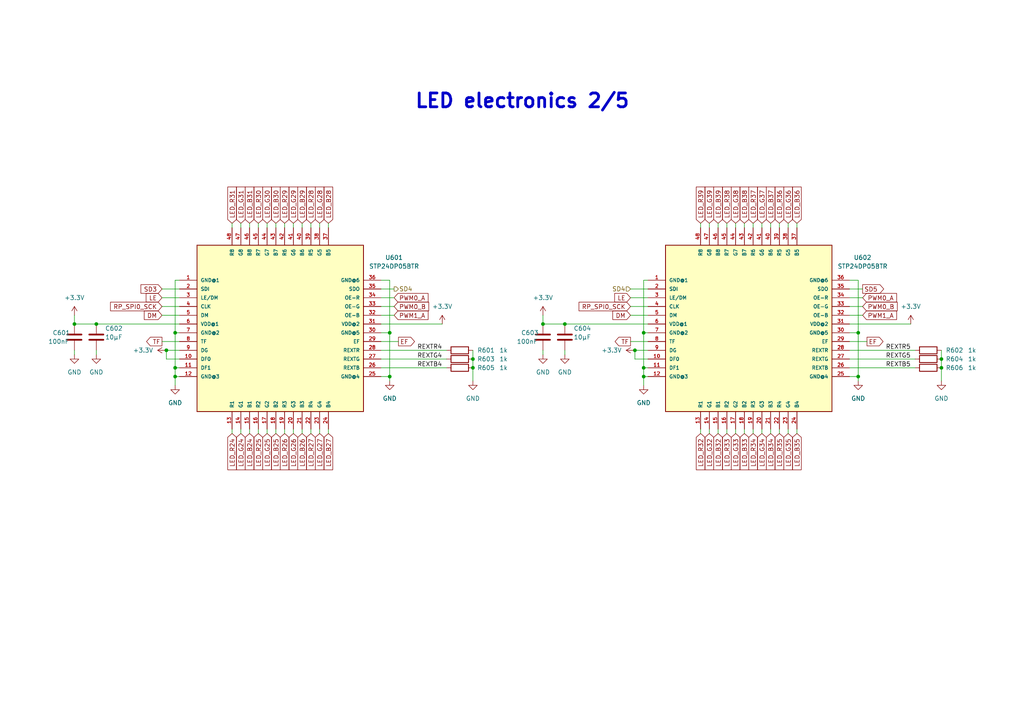
<source format=kicad_sch>
(kicad_sch (version 20231120) (generator "eeschema") (generator_version "8.0")
  (paper "A4")
  (title_block (title "RD56_color") (date "2023-08-20") (rev "Rev 2") (company "Ludwin Monz") (comment 1 "you may not use the material for commercial purposes.") (comment 2 "you may use non-commercially, adapt, share alike ") (comment 3 "https://creativecommons.org/licenses/by-nc-sa/4.0/") (comment 4 "License: Creative Commons Attribution-Non-Commercial (CC BY-NC-SA)"))
  (lib_symbols
    (symbol "Device:C" (pin_numbers hide) (pin_names (offset 0.254))
      (property "Reference" "C" (at 0.635 2.54 0))
      (property "Value" "C" (at 0.635 -2.54 0))
      (symbol "C_0_1"
        (polyline (pts (xy -2.032 -0.762) (xy 2.032 -0.762)) (stroke (width 0.508)))
        (polyline (pts (xy -2.032 0.762) (xy 2.032 0.762)) (stroke (width 0.508)))
      )
      (symbol "C_1_1"
        (pin passive line (at 0 3.81 270) (length 2.794) (name "~") (number "1"))
        (pin passive line (at 0 -3.81 90) (length 2.794) (name "~") (number "2"))
      )
    )
    (symbol "Device:R" (pin_numbers hide) (pin_names (offset 0))
      (property "Reference" "R" (at 2.032 0 90))
      (property "Value" "R" (at 0 0 90))
      (symbol "R_0_1"
        (rectangle (start -1.016 -2.54) (end 1.016 2.54) (stroke (width 0.254)))
      )
      (symbol "R_1_1"
        (pin passive line (at 0 3.81 270) (length 1.27) (name "~") (number "1"))
        (pin passive line (at 0 -3.81 90) (length 1.27) (name "~") (number "2"))
      )
    )
    (symbol "STP24DP05BTR:STP24DP05BTR" (pin_names (offset 1.016))
      (property "Reference" "IC" (at -5.08 15.24 0))
      (property "Value" "STP24DP05BTR" (at -5.08 12.7 0))
      (symbol "STP24DP05BTR_0_0"
        (rectangle (start 5.08 -38.1) (end 53.34 10.16) (stroke (width 0.254)) (fill (type background)))
        (pin bidirectional line (at 0 0 0) (length 5.08) (name "GND@1") (number "1"))
        (pin bidirectional line (at 0 -22.86 0) (length 5.08) (name "DF0") (number "10"))
        (pin bidirectional line (at 0 -25.4 0) (length 5.08) (name "DF1") (number "11"))
        (pin bidirectional line (at 0 -27.94 0) (length 5.08) (name "GND@3") (number "12"))
        (pin bidirectional line (at 15.24 -43.18 90) (length 5.08) (name "R1") (number "13"))
        (pin bidirectional line (at 17.78 -43.18 90) (length 5.08) (name "G1") (number "14"))
        (pin bidirectional line (at 20.32 -43.18 90) (length 5.08) (name "B1") (number "15"))
        (pin bidirectional line (at 22.86 -43.18 90) (length 5.08) (name "R2") (number "16"))
        (pin bidirectional line (at 25.4 -43.18 90) (length 5.08) (name "G2") (number "17"))
        (pin bidirectional line (at 27.94 -43.18 90) (length 5.08) (name "B2") (number "18"))
        (pin bidirectional line (at 30.48 -43.18 90) (length 5.08) (name "R3") (number "19"))
        (pin bidirectional line (at 0 -2.54 0) (length 5.08) (name "SDI") (number "2"))
        (pin bidirectional line (at 33.02 -43.18 90) (length 5.08) (name "G3") (number "20"))
        (pin bidirectional line (at 35.56 -43.18 90) (length 5.08) (name "B3") (number "21"))
        (pin bidirectional line (at 38.1 -43.18 90) (length 5.08) (name "R4") (number "22"))
        (pin bidirectional line (at 40.64 -43.18 90) (length 5.08) (name "G4") (number "23"))
        (pin bidirectional line (at 43.18 -43.18 90) (length 5.08) (name "B4") (number "24"))
        (pin bidirectional line (at 58.42 -27.94 180) (length 5.08) (name "GND@4") (number "25"))
        (pin bidirectional line (at 58.42 -25.4 180) (length 5.08) (name "REXTB") (number "26"))
        (pin bidirectional line (at 58.42 -22.86 180) (length 5.08) (name "REXTG") (number "27"))
        (pin bidirectional line (at 58.42 -20.32 180) (length 5.08) (name "REXTR") (number "28"))
        (pin bidirectional line (at 58.42 -17.78 180) (length 5.08) (name "EF") (number "29"))
        (pin bidirectional line (at 0 -5.08 0) (length 5.08) (name "LE/DM") (number "3"))
        (pin bidirectional line (at 58.42 -15.24 180) (length 5.08) (name "GND@5") (number "30"))
        (pin bidirectional line (at 58.42 -12.7 180) (length 5.08) (name "VDD@2") (number "31"))
        (pin bidirectional line (at 58.42 -10.16 180) (length 5.08) (name "OE-B") (number "32"))
        (pin bidirectional line (at 58.42 -7.62 180) (length 5.08) (name "OE-G") (number "33"))
        (pin bidirectional line (at 58.42 -5.08 180) (length 5.08) (name "OE-R") (number "34"))
        (pin bidirectional line (at 58.42 -2.54 180) (length 5.08) (name "SDO") (number "35"))
        (pin bidirectional line (at 58.42 0 180) (length 5.08) (name "GND@6") (number "36"))
        (pin bidirectional line (at 43.18 15.24 270) (length 5.08) (name "B5") (number "37"))
        (pin bidirectional line (at 40.64 15.24 270) (length 5.08) (name "G5") (number "38"))
        (pin bidirectional line (at 38.1 15.24 270) (length 5.08) (name "R5") (number "39"))
        (pin bidirectional line (at 0 -7.62 0) (length 5.08) (name "CLK") (number "4"))
        (pin bidirectional line (at 35.56 15.24 270) (length 5.08) (name "B6") (number "40"))
        (pin bidirectional line (at 33.02 15.24 270) (length 5.08) (name "G6") (number "41"))
        (pin bidirectional line (at 30.48 15.24 270) (length 5.08) (name "R6") (number "42"))
        (pin bidirectional line (at 27.94 15.24 270) (length 5.08) (name "B7") (number "43"))
        (pin bidirectional line (at 25.4 15.24 270) (length 5.08) (name "G7") (number "44"))
        (pin bidirectional line (at 22.86 15.24 270) (length 5.08) (name "R7") (number "45"))
        (pin bidirectional line (at 20.32 15.24 270) (length 5.08) (name "B8") (number "46"))
        (pin bidirectional line (at 17.78 15.24 270) (length 5.08) (name "G8") (number "47"))
        (pin bidirectional line (at 15.24 15.24 270) (length 5.08) (name "R8") (number "48"))
        (pin bidirectional line (at 0 -10.16 0) (length 5.08) (name "DM") (number "5"))
        (pin bidirectional line (at 0 -12.7 0) (length 5.08) (name "VDD@1") (number "6"))
        (pin bidirectional line (at 0 -15.24 0) (length 5.08) (name "GND@2") (number "7"))
        (pin bidirectional line (at 0 -17.78 0) (length 5.08) (name "TF") (number "8"))
        (pin bidirectional line (at 0 -20.32 0) (length 5.08) (name "DG") (number "9"))
      )
    )
    (symbol "power:+3.3V" (power) (pin_names (offset 0))
      (property "Value" "+3.3V" (at 0 3.556 0))
      (symbol "+3.3V_0_1"
        (polyline (pts (xy -0.762 1.27) (xy 0 2.54)))
        (polyline (pts (xy 0 0) (xy 0 2.54)))
        (polyline (pts (xy 0 2.54) (xy 0.762 1.27)))
      )
      (symbol "+3.3V_1_1"
        (pin power_in line (at 0 0 90) (length 0) hide (name "+3.3V") (number "1"))
      )
    )
    (symbol "power:GND" (power) (pin_names (offset 0))
      (property "Value" "GND" (at 0 -3.81 0))
      (symbol "GND_0_1"
        (polyline (pts (xy 0 0) (xy 0 -1.27) (xy 1.27 -1.27) (xy 0 -2.54) (xy -1.27 -1.27) (xy 0 -1.27)))
      )
      (symbol "GND_1_1"
        (pin power_in line (at 0 0 270) (length 0) hide (name "GND") (number "1"))
      )
    )
  )
  (junction (at 137.16 104.14))
  (junction (at 248.92 109.22))
  (junction (at 50.8 96.52))
  (junction (at 113.03 109.22))
  (junction (at 113.03 96.52))
  (junction (at 273.05 106.68))
  (junction (at 21.59 93.98))
  (junction (at 157.48 93.98))
  (junction (at 50.8 109.22))
  (junction (at 48.26 101.6))
  (junction (at 50.8 106.68))
  (junction (at 163.83 93.98))
  (junction (at 248.92 96.52))
  (junction (at 186.69 109.22))
  (junction (at 186.69 106.68))
  (junction (at 27.94 93.98))
  (junction (at 273.05 104.14))
  (junction (at 184.15 101.6))
  (junction (at 137.16 106.68))
  (junction (at 186.69 96.52))
  (wire (pts (xy 218.44 64.77) (xy 218.44 66.04)))
  (wire (pts (xy 87.63 64.77) (xy 87.63 66.04)))
  (wire (pts (xy 208.28 64.77) (xy 208.28 66.04)))
  (wire (pts (xy 187.96 81.28) (xy 186.69 81.28)))
  (wire (pts (xy 90.17 124.46) (xy 90.17 125.73)))
  (wire (pts (xy 77.47 64.77) (xy 77.47 66.04)))
  (wire (pts (xy 208.28 124.46) (xy 208.28 125.73)))
  (wire (pts (xy 72.39 64.77) (xy 72.39 66.04)))
  (wire (pts (xy 52.07 104.14) (xy 48.26 104.14)))
  (wire (pts (xy 246.38 86.36) (xy 250.19 86.36)))
  (wire (pts (xy 95.25 64.77) (xy 95.25 66.04)))
  (wire (pts (xy 226.06 124.46) (xy 226.06 125.73)))
  (wire (pts (xy 182.88 91.44) (xy 187.96 91.44)))
  (wire (pts (xy 46.99 86.36) (xy 52.07 86.36)))
  (wire (pts (xy 157.48 101.6) (xy 157.48 102.87)))
  (wire (pts (xy 246.38 83.82) (xy 250.19 83.82)))
  (wire (pts (xy 74.93 64.77) (xy 74.93 66.04)))
  (wire (pts (xy 215.9 64.77) (xy 215.9 66.04)))
  (wire (pts (xy 228.6 64.77) (xy 228.6 66.04)))
  (wire (pts (xy 77.47 124.46) (xy 77.47 125.73)))
  (wire (pts (xy 27.94 93.98) (xy 52.07 93.98)))
  (wire (pts (xy 95.25 124.46) (xy 95.25 125.73)))
  (wire (pts (xy 80.01 124.46) (xy 80.01 125.73)))
  (wire (pts (xy 273.05 104.14) (xy 273.05 106.68)))
  (wire (pts (xy 246.38 104.14) (xy 265.43 104.14)))
  (wire (pts (xy 248.92 109.22) (xy 248.92 110.49)))
  (wire (pts (xy 248.92 81.28) (xy 248.92 96.52)))
  (wire (pts (xy 90.17 64.77) (xy 90.17 66.04)))
  (wire (pts (xy 228.6 124.46) (xy 228.6 125.73)))
  (wire (pts (xy 223.52 124.46) (xy 223.52 125.73)))
  (wire (pts (xy 87.63 124.46) (xy 87.63 125.73)))
  (wire (pts (xy 46.99 91.44) (xy 52.07 91.44)))
  (wire (pts (xy 210.82 64.77) (xy 210.82 66.04)))
  (wire (pts (xy 113.03 96.52) (xy 113.03 109.22)))
  (wire (pts (xy 163.83 101.6) (xy 163.83 102.87)))
  (wire (pts (xy 50.8 81.28) (xy 50.8 96.52)))
  (wire (pts (xy 226.06 64.77) (xy 226.06 66.04)))
  (wire (pts (xy 72.39 124.46) (xy 72.39 125.73)))
  (wire (pts (xy 113.03 109.22) (xy 110.49 109.22)))
  (wire (pts (xy 137.16 106.68) (xy 137.16 110.49)))
  (wire (pts (xy 110.49 88.9) (xy 114.3 88.9)))
  (wire (pts (xy 50.8 106.68) (xy 50.8 109.22)))
  (wire (pts (xy 246.38 101.6) (xy 265.43 101.6)))
  (wire (pts (xy 21.59 93.98) (xy 27.94 93.98)))
  (wire (pts (xy 110.49 99.06) (xy 115.57 99.06)))
  (wire (pts (xy 48.26 104.14) (xy 48.26 101.6)))
  (wire (pts (xy 218.44 124.46) (xy 218.44 125.73)))
  (wire (pts (xy 82.55 64.77) (xy 82.55 66.04)))
  (wire (pts (xy 231.14 124.46) (xy 231.14 125.73)))
  (wire (pts (xy 248.92 96.52) (xy 248.92 109.22)))
  (wire (pts (xy 182.88 88.9) (xy 187.96 88.9)))
  (wire (pts (xy 110.49 86.36) (xy 114.3 86.36)))
  (wire (pts (xy 184.15 104.14) (xy 184.15 101.6)))
  (wire (pts (xy 137.16 104.14) (xy 137.16 106.68)))
  (wire (pts (xy 52.07 81.28) (xy 50.8 81.28)))
  (wire (pts (xy 110.49 91.44) (xy 114.3 91.44)))
  (wire (pts (xy 113.03 81.28) (xy 113.03 96.52)))
  (wire (pts (xy 182.88 86.36) (xy 187.96 86.36)))
  (wire (pts (xy 46.99 99.06) (xy 52.07 99.06)))
  (wire (pts (xy 220.98 64.77) (xy 220.98 66.04)))
  (wire (pts (xy 50.8 96.52) (xy 52.07 96.52)))
  (wire (pts (xy 113.03 109.22) (xy 113.03 110.49)))
  (wire (pts (xy 50.8 109.22) (xy 50.8 111.76)))
  (wire (pts (xy 210.82 124.46) (xy 210.82 125.73)))
  (wire (pts (xy 82.55 124.46) (xy 82.55 125.73)))
  (wire (pts (xy 203.2 64.77) (xy 203.2 66.04)))
  (wire (pts (xy 163.83 93.98) (xy 187.96 93.98)))
  (wire (pts (xy 246.38 106.68) (xy 265.43 106.68)))
  (wire (pts (xy 186.69 96.52) (xy 187.96 96.52)))
  (wire (pts (xy 67.31 124.46) (xy 67.31 125.73)))
  (wire (pts (xy 48.26 101.6) (xy 52.07 101.6)))
  (wire (pts (xy 186.69 81.28) (xy 186.69 96.52)))
  (wire (pts (xy 69.85 64.77) (xy 69.85 66.04)))
  (wire (pts (xy 182.88 99.06) (xy 187.96 99.06)))
  (wire (pts (xy 182.88 83.82) (xy 187.96 83.82)))
  (wire (pts (xy 186.69 109.22) (xy 187.96 109.22)))
  (wire (pts (xy 74.93 124.46) (xy 74.93 125.73)))
  (wire (pts (xy 21.59 91.44) (xy 21.59 93.98)))
  (wire (pts (xy 69.85 124.46) (xy 69.85 125.73)))
  (wire (pts (xy 157.48 93.98) (xy 163.83 93.98)))
  (wire (pts (xy 186.69 106.68) (xy 186.69 109.22)))
  (wire (pts (xy 110.49 93.98) (xy 128.27 93.98)))
  (wire (pts (xy 110.49 106.68) (xy 129.54 106.68)))
  (wire (pts (xy 184.15 101.6) (xy 187.96 101.6)))
  (wire (pts (xy 50.8 109.22) (xy 52.07 109.22)))
  (wire (pts (xy 213.36 124.46) (xy 213.36 125.73)))
  (wire (pts (xy 220.98 124.46) (xy 220.98 125.73)))
  (wire (pts (xy 21.59 101.6) (xy 21.59 102.87)))
  (wire (pts (xy 248.92 109.22) (xy 246.38 109.22)))
  (wire (pts (xy 246.38 91.44) (xy 250.19 91.44)))
  (wire (pts (xy 137.16 101.6) (xy 137.16 104.14)))
  (wire (pts (xy 157.48 91.44) (xy 157.48 93.98)))
  (wire (pts (xy 187.96 104.14) (xy 184.15 104.14)))
  (wire (pts (xy 223.52 64.77) (xy 223.52 66.04)))
  (wire (pts (xy 110.49 104.14) (xy 129.54 104.14)))
  (wire (pts (xy 186.69 106.68) (xy 187.96 106.68)))
  (wire (pts (xy 248.92 96.52) (xy 246.38 96.52)))
  (wire (pts (xy 46.99 88.9) (xy 52.07 88.9)))
  (wire (pts (xy 213.36 64.77) (xy 213.36 66.04)))
  (wire (pts (xy 110.49 101.6) (xy 129.54 101.6)))
  (wire (pts (xy 246.38 88.9) (xy 250.19 88.9)))
  (wire (pts (xy 80.01 64.77) (xy 80.01 66.04)))
  (wire (pts (xy 110.49 81.28) (xy 113.03 81.28)))
  (wire (pts (xy 110.49 83.82) (xy 114.3 83.82)))
  (wire (pts (xy 186.69 96.52) (xy 186.69 106.68)))
  (wire (pts (xy 92.71 124.46) (xy 92.71 125.73)))
  (wire (pts (xy 203.2 124.46) (xy 203.2 125.73)))
  (wire (pts (xy 205.74 64.77) (xy 205.74 66.04)))
  (wire (pts (xy 215.9 124.46) (xy 215.9 125.73)))
  (wire (pts (xy 231.14 64.77) (xy 231.14 66.04)))
  (wire (pts (xy 273.05 101.6) (xy 273.05 104.14)))
  (wire (pts (xy 92.71 64.77) (xy 92.71 66.04)))
  (wire (pts (xy 186.69 109.22) (xy 186.69 111.76)))
  (wire (pts (xy 67.31 64.77) (xy 67.31 66.04)))
  (wire (pts (xy 273.05 106.68) (xy 273.05 110.49)))
  (wire (pts (xy 246.38 93.98) (xy 264.16 93.98)))
  (wire (pts (xy 85.09 124.46) (xy 85.09 125.73)))
  (wire (pts (xy 113.03 96.52) (xy 110.49 96.52)))
  (wire (pts (xy 50.8 106.68) (xy 52.07 106.68)))
  (wire (pts (xy 85.09 64.77) (xy 85.09 66.04)))
  (wire (pts (xy 246.38 99.06) (xy 251.46 99.06)))
  (wire (pts (xy 50.8 96.52) (xy 50.8 106.68)))
  (wire (pts (xy 246.38 81.28) (xy 248.92 81.28)))
  (wire (pts (xy 27.94 101.6) (xy 27.94 102.87)))
  (wire (pts (xy 46.99 83.82) (xy 52.07 83.82)))
  (wire (pts (xy 205.74 124.46) (xy 205.74 125.73)))
  (text "LED electronics 2/5" (at 182.88 31.75 0) (effects (font (size 4 4) (thickness 0.8) (bold yes)) (justify right bottom)))
  (label "REXTB4" (at 128.27 106.68 180))
  (label "REXTB5" (at 264.16 106.68 180))
  (label "REXTR5" (at 264.16 101.6 180))
  (label "REXTG5" (at 264.16 104.14 180))
  (label "REXTG4" (at 128.27 104.14 180))
  (label "REXTR4" (at 128.27 101.6 180))
  (global_label "LED_R36" (shape input) (at 226.06 64.77 90) (property "Intersheetrefs" "${INTERSHEET_REFS}" (effects (hide yes))))
  (global_label "LED_R28" (shape input) (at 90.17 64.77 90) (property "Intersheetrefs" "${INTERSHEET_REFS}" (effects (hide yes))))
  (global_label "LED_G30" (shape input) (at 77.47 64.77 90) (property "Intersheetrefs" "${INTERSHEET_REFS}" (effects (hide yes))))
  (global_label "SD3" (shape input) (at 46.99 83.82 180) (property "Intersheetrefs" "${INTERSHEET_REFS}" (effects (hide yes))))
  (global_label "EF" (shape output) (at 251.46 99.06 0) (property "Intersheetrefs" "${INTERSHEET_REFS}" (effects (hide yes))))
  (global_label "LED_G29" (shape input) (at 85.09 64.77 90) (property "Intersheetrefs" "${INTERSHEET_REFS}" (effects (hide yes))))
  (global_label "LE" (shape input) (at 182.88 86.36 180) (property "Intersheetrefs" "${INTERSHEET_REFS}" (effects (hide yes))))
  (global_label "LED_B38" (shape input) (at 215.9 64.77 90) (property "Intersheetrefs" "${INTERSHEET_REFS}" (effects (hide yes))))
  (global_label "DM" (shape input) (at 46.99 91.44 180) (property "Intersheetrefs" "${INTERSHEET_REFS}" (effects (hide yes))))
  (global_label "LED_B27" (shape input) (at 95.25 125.73 270) (property "Intersheetrefs" "${INTERSHEET_REFS}" (effects (hide yes))))
  (global_label "LED_G34" (shape input) (at 220.98 125.73 270) (property "Intersheetrefs" "${INTERSHEET_REFS}" (effects (hide yes))))
  (global_label "LED_G24" (shape input) (at 69.85 125.73 270) (property "Intersheetrefs" "${INTERSHEET_REFS}" (effects (hide yes))))
  (global_label "LED_B29" (shape input) (at 87.63 64.77 90) (property "Intersheetrefs" "${INTERSHEET_REFS}" (effects (hide yes))))
  (global_label "LED_B28" (shape input) (at 95.25 64.77 90) (property "Intersheetrefs" "${INTERSHEET_REFS}" (effects (hide yes))))
  (global_label "LED_B30" (shape input) (at 80.01 64.77 90) (property "Intersheetrefs" "${INTERSHEET_REFS}" (effects (hide yes))))
  (global_label "LED_B26" (shape input) (at 87.63 125.73 270) (property "Intersheetrefs" "${INTERSHEET_REFS}" (effects (hide yes))))
  (global_label "LED_B31" (shape input) (at 72.39 64.77 90) (property "Intersheetrefs" "${INTERSHEET_REFS}" (effects (hide yes))))
  (global_label "LED_R26" (shape input) (at 82.55 125.73 270) (property "Intersheetrefs" "${INTERSHEET_REFS}" (effects (hide yes))))
  (global_label "TF" (shape output) (at 46.99 99.06 180) (property "Intersheetrefs" "${INTERSHEET_REFS}" (effects (hide yes))))
  (global_label "LED_G35" (shape input) (at 228.6 125.73 270) (property "Intersheetrefs" "${INTERSHEET_REFS}" (effects (hide yes))))
  (global_label "LE" (shape input) (at 46.99 86.36 180) (property "Intersheetrefs" "${INTERSHEET_REFS}" (effects (hide yes))))
  (global_label "LED_B36" (shape input) (at 231.14 64.77 90) (property "Intersheetrefs" "${INTERSHEET_REFS}" (effects (hide yes))))
  (global_label "LED_R34" (shape input) (at 218.44 125.73 270) (property "Intersheetrefs" "${INTERSHEET_REFS}" (effects (hide yes))))
  (global_label "LED_B25" (shape input) (at 80.01 125.73 270) (property "Intersheetrefs" "${INTERSHEET_REFS}" (effects (hide yes))))
  (global_label "LED_B32" (shape input) (at 208.28 125.73 270) (property "Intersheetrefs" "${INTERSHEET_REFS}" (effects (hide yes))))
  (global_label "LED_R25" (shape input) (at 74.93 125.73 270) (property "Intersheetrefs" "${INTERSHEET_REFS}" (effects (hide yes))))
  (global_label "PWM0_B" (shape input) (at 250.19 88.9 0) (property "Intersheetrefs" "${INTERSHEET_REFS}" (effects (hide yes))))
  (global_label "LED_G25" (shape input) (at 77.47 125.73 270) (property "Intersheetrefs" "${INTERSHEET_REFS}" (effects (hide yes))))
  (global_label "LED_R27" (shape input) (at 90.17 125.73 270) (property "Intersheetrefs" "${INTERSHEET_REFS}" (effects (hide yes))))
  (global_label "LED_G28" (shape input) (at 92.71 64.77 90) (property "Intersheetrefs" "${INTERSHEET_REFS}" (effects (hide yes))))
  (global_label "PWM1_A" (shape input) (at 250.19 91.44 0) (property "Intersheetrefs" "${INTERSHEET_REFS}" (effects (hide yes))))
  (global_label "DM" (shape input) (at 182.88 91.44 180) (property "Intersheetrefs" "${INTERSHEET_REFS}" (effects (hide yes))))
  (global_label "LED_B33" (shape input) (at 215.9 125.73 270) (property "Intersheetrefs" "${INTERSHEET_REFS}" (effects (hide yes))))
  (global_label "LED_B39" (shape input) (at 208.28 64.77 90) (property "Intersheetrefs" "${INTERSHEET_REFS}" (effects (hide yes))))
  (global_label "LED_R29" (shape input) (at 82.55 64.77 90) (property "Intersheetrefs" "${INTERSHEET_REFS}" (effects (hide yes))))
  (global_label "LED_G27" (shape input) (at 92.71 125.73 270) (property "Intersheetrefs" "${INTERSHEET_REFS}" (effects (hide yes))))
  (global_label "LED_G32" (shape input) (at 205.74 125.73 270) (property "Intersheetrefs" "${INTERSHEET_REFS}" (effects (hide yes))))
  (global_label "LED_R30" (shape input) (at 74.93 64.77 90) (property "Intersheetrefs" "${INTERSHEET_REFS}" (effects (hide yes))))
  (global_label "LED_B37" (shape input) (at 223.52 64.77 90) (property "Intersheetrefs" "${INTERSHEET_REFS}" (effects (hide yes))))
  (global_label "PWM0_A" (shape input) (at 114.3 86.36 0) (property "Intersheetrefs" "${INTERSHEET_REFS}" (effects (hide yes))))
  (global_label "LED_R37" (shape input) (at 218.44 64.77 90) (property "Intersheetrefs" "${INTERSHEET_REFS}" (effects (hide yes))))
  (global_label "LED_R31" (shape input) (at 67.31 64.77 90) (property "Intersheetrefs" "${INTERSHEET_REFS}" (effects (hide yes))))
  (global_label "LED_B24" (shape input) (at 72.39 125.73 270) (property "Intersheetrefs" "${INTERSHEET_REFS}" (effects (hide yes))))
  (global_label "LED_R38" (shape input) (at 210.82 64.77 90) (property "Intersheetrefs" "${INTERSHEET_REFS}" (effects (hide yes))))
  (global_label "LED_R39" (shape input) (at 203.2 64.77 90) (property "Intersheetrefs" "${INTERSHEET_REFS}" (effects (hide yes))))
  (global_label "SD5" (shape output) (at 250.19 83.82 0) (property "Intersheetrefs" "${INTERSHEET_REFS}" (effects (hide yes))))
  (global_label "LED_G38" (shape input) (at 213.36 64.77 90) (property "Intersheetrefs" "${INTERSHEET_REFS}" (effects (hide yes))))
  (global_label "LED_R33" (shape input) (at 210.82 125.73 270) (property "Intersheetrefs" "${INTERSHEET_REFS}" (effects (hide yes))))
  (global_label "TF" (shape output) (at 182.88 99.06 180) (property "Intersheetrefs" "${INTERSHEET_REFS}" (effects (hide yes))))
  (global_label "LED_B35" (shape input) (at 231.14 125.73 270) (property "Intersheetrefs" "${INTERSHEET_REFS}" (effects (hide yes))))
  (global_label "PWM0_A" (shape input) (at 250.19 86.36 0) (property "Intersheetrefs" "${INTERSHEET_REFS}" (effects (hide yes))))
  (global_label "EF" (shape output) (at 115.57 99.06 0) (property "Intersheetrefs" "${INTERSHEET_REFS}" (effects (hide yes))))
  (global_label "RP_SPI0_SCK" (shape input) (at 46.99 88.9 180) (property "Intersheetrefs" "${INTERSHEET_REFS}" (effects (hide yes))))
  (global_label "RP_SPI0_SCK" (shape input) (at 182.88 88.9 180) (property "Intersheetrefs" "${INTERSHEET_REFS}" (effects (hide yes))))
  (global_label "PWM0_B" (shape input) (at 114.3 88.9 0) (property "Intersheetrefs" "${INTERSHEET_REFS}" (effects (hide yes))))
  (global_label "LED_R32" (shape input) (at 203.2 125.73 270) (property "Intersheetrefs" "${INTERSHEET_REFS}" (effects (hide yes))))
  (global_label "LED_G33" (shape input) (at 213.36 125.73 270) (property "Intersheetrefs" "${INTERSHEET_REFS}" (effects (hide yes))))
  (global_label "LED_G36" (shape input) (at 228.6 64.77 90) (property "Intersheetrefs" "${INTERSHEET_REFS}" (effects (hide yes))))
  (global_label "LED_R24" (shape input) (at 67.31 125.73 270) (property "Intersheetrefs" "${INTERSHEET_REFS}" (effects (hide yes))))
  (global_label "LED_R35" (shape input) (at 226.06 125.73 270) (property "Intersheetrefs" "${INTERSHEET_REFS}" (effects (hide yes))))
  (global_label "LED_G37" (shape input) (at 220.98 64.77 90) (property "Intersheetrefs" "${INTERSHEET_REFS}" (effects (hide yes))))
  (global_label "LED_B34" (shape input) (at 223.52 125.73 270) (property "Intersheetrefs" "${INTERSHEET_REFS}" (effects (hide yes))))
  (global_label "LED_G39" (shape input) (at 205.74 64.77 90) (property "Intersheetrefs" "${INTERSHEET_REFS}" (effects (hide yes))))
  (global_label "LED_G31" (shape input) (at 69.85 64.77 90) (property "Intersheetrefs" "${INTERSHEET_REFS}" (effects (hide yes))))
  (global_label "LED_G26" (shape input) (at 85.09 125.73 270) (property "Intersheetrefs" "${INTERSHEET_REFS}" (effects (hide yes))))
  (global_label "PWM1_A" (shape input) (at 114.3 91.44 0) (property "Intersheetrefs" "${INTERSHEET_REFS}" (effects (hide yes))))
  (hierarchical_label "SD4" (shape input) (at 182.88 83.82 180))
  (hierarchical_label "SD4" (shape output) (at 114.3 83.82 0))
  (symbol (lib_id "power:GND") (at 163.83 102.87 0) (unit 1)
    (property "Reference" "#PWR0608" (effects (hide yes)))
    (property "Value" "GND" (at 163.83 107.95 0))
  )
  (symbol (lib_id "power:+3.3V") (at 128.27 93.98 0) (unit 1)
    (property "Reference" "#PWR0603" (effects (hide yes)))
    (property "Value" "+3.3V" (at 128.27 88.9 0))
  )
  (symbol (lib_id "Device:C") (at 157.48 97.79 0) (unit 1)
    (property "Reference" "C603" (at 151.13 96.52 0) (effects (justify left)))
    (property "Value" "100nF" (at 149.86 99.06 0) (effects (justify left)))
    (property "Footprint" "Capacitor_SMD:C_0402_1005Metric" (effects (hide yes)))
    (property "LCSC" "C307331" (effects (hide yes)))
  )
  (symbol (lib_id "Device:R") (at 133.35 101.6 90) (unit 1)
    (property "Reference" "R601" (at 140.97 101.6 90))
    (property "Value" "1k" (at 146.05 101.6 90))
    (property "Footprint" "Resistor_SMD:R_0402_1005Metric" (effects (hide yes)))
    (property "LCSC" "C11702" (effects (hide yes)))
  )
  (symbol (lib_id "Device:R") (at 269.24 104.14 90) (unit 1)
    (property "Reference" "R604" (at 276.86 104.14 90))
    (property "Value" "1k" (at 281.94 104.14 90))
    (property "Footprint" "Resistor_SMD:R_0402_1005Metric" (effects (hide yes)))
    (property "LCSC" "C11702" (effects (hide yes)))
  )
  (symbol (lib_id "power:GND") (at 186.69 111.76 0) (unit 1)
    (property "Reference" "#PWR0614" (effects (hide yes)))
    (property "Value" "GND" (at 186.69 116.84 0))
  )
  (symbol (lib_id "Device:R") (at 269.24 106.68 90) (unit 1)
    (property "Reference" "R606" (at 276.86 106.68 90))
    (property "Value" "1k" (at 281.94 106.68 90))
    (property "Footprint" "Resistor_SMD:R_0402_1005Metric" (effects (hide yes)))
    (property "LCSC" "C11702" (effects (hide yes)))
  )
  (symbol (lib_id "power:+3.3V") (at 184.15 101.6 90) (unit 1)
    (property "Reference" "#PWR0615" (effects (hide yes)))
    (property "Value" "+3.3V" (at 180.34 101.6 90) (effects (justify left)))
  )
  (symbol (lib_id "Device:R") (at 269.24 101.6 90) (unit 1)
    (property "Reference" "R602" (at 276.86 101.6 90))
    (property "Value" "1k" (at 281.94 101.6 90))
    (property "Footprint" "Resistor_SMD:R_0402_1005Metric" (effects (hide yes)))
    (property "LCSC" "C11702" (effects (hide yes)))
  )
  (symbol (lib_id "Device:R") (at 133.35 106.68 90) (unit 1)
    (property "Reference" "R605" (at 140.97 106.68 90))
    (property "Value" "1k" (at 146.05 106.68 90))
    (property "Footprint" "Resistor_SMD:R_0402_1005Metric" (effects (hide yes)))
    (property "LCSC" "C11702" (effects (hide yes)))
  )
  (symbol (lib_id "power:+3.3V") (at 264.16 93.98 0) (unit 1)
    (property "Reference" "#PWR0604" (effects (hide yes)))
    (property "Value" "+3.3V" (at 264.16 88.9 0))
  )
  (symbol (lib_id "power:+3.3V") (at 48.26 101.6 90) (unit 1)
    (property "Reference" "#PWR0616" (effects (hide yes)))
    (property "Value" "+3.3V" (at 44.45 101.6 90) (effects (justify left)))
  )
  (symbol (lib_id "power:GND") (at 273.05 110.49 0) (unit 1)
    (property "Reference" "#PWR0612" (effects (hide yes)))
    (property "Value" "GND" (at 273.05 115.57 0))
  )
  (symbol (lib_id "Device:C") (at 163.83 97.79 0) (unit 1)
    (property "Reference" "C604" (at 166.37 95.25 0) (effects (justify left)))
    (property "Value" "10µF" (at 166.37 97.79 0) (effects (justify left)))
    (property "Footprint" "Capacitor_SMD:C_0603_1608Metric" (effects (hide yes)))
    (property "LCSC" "C96446" (effects (hide yes)))
  )
  (symbol (lib_id "power:+3.3V") (at 21.59 91.44 0) (unit 1)
    (property "Reference" "#PWR0601" (effects (hide yes)))
    (property "Value" "+3.3V" (at 21.59 86.36 0))
  )
  (symbol (lib_id "power:GND") (at 21.59 102.87 0) (unit 1)
    (property "Reference" "#PWR0605" (effects (hide yes)))
    (property "Value" "GND" (at 21.59 107.95 0))
  )
  (symbol (lib_id "power:GND") (at 248.92 110.49 0) (unit 1)
    (property "Reference" "#PWR0611" (effects (hide yes)))
    (property "Value" "GND" (at 248.92 115.57 0))
  )
  (symbol (lib_id "power:GND") (at 27.94 102.87 0) (unit 1)
    (property "Reference" "#PWR0606" (effects (hide yes)))
    (property "Value" "GND" (at 27.94 107.95 0))
  )
  (symbol (lib_id "power:GND") (at 50.8 111.76 0) (unit 1)
    (property "Reference" "#PWR0613" (effects (hide yes)))
    (property "Value" "GND" (at 50.8 116.84 0))
  )
  (symbol (lib_id "power:GND") (at 113.03 110.49 0) (unit 1)
    (property "Reference" "#PWR0609" (effects (hide yes)))
    (property "Value" "GND" (at 113.03 115.57 0))
  )
  (symbol (lib_id "power:GND") (at 157.48 102.87 0) (unit 1)
    (property "Reference" "#PWR0607" (effects (hide yes)))
    (property "Value" "GND" (at 157.48 107.95 0))
  )
  (symbol (lib_id "STP24DP05BTR:STP24DP05BTR") (at 187.96 81.28 0) (unit 1)
    (property "Reference" "U602" (at 250.19 74.7013 0))
    (property "Value" "STP24DP05BTR" (at 250.19 77.2413 0))
    (property "Footprint" "my_footprints:TQFP48-EP_STM" (effects (hide yes)))
    (property "Description" "\nLED Driver IC 24 Output Linear Shift Register Dimming 80mA 48-TQFP-EP (7x7)\n" (effects (hide yes)))
    (property "MF" "STMicroelectronics" (effects (hide yes)))
    (property "Package" "TQFP-48 STMicroelectronics" (effects (hide yes)))
    (property "Price" "None" (effects (hide yes)))
    (property "CAT" "2460713" (effects (hide yes)))
    (property "SnapEDA_Link" "https://www.snapeda.com/parts/STP24DP05BTR/STMicroelectronics/view-part/?ref=snap" (effects (hide yes)))
    (property "MP" "STP24DP05BTR" (effects (hide yes)))
    (property "Purchase-URL" "https://www.snapeda.com/api/url_track_click_mouser/?unipart_id=431154&manufacturer=STMicroelectronics&part_name=STP24DP05BTR&search_term=stp24dp05" (effects (hide yes)))
    (property "SUPPLIER" "farnell" (effects (hide yes)))
    (property "Availability" "In Stock" (effects (hide yes)))
    (property "Check_prices" "https://www.snapeda.com/parts/STP24DP05BTR/STMicroelectronics/view-part/?ref=eda" (effects (hide yes)))
    (property "LCSC" "C157417" (effects (hide yes)))
  )
  (symbol (lib_id "Device:R") (at 133.35 104.14 90) (unit 1)
    (property "Reference" "R603" (at 140.97 104.14 90))
    (property "Value" "1k" (at 146.05 104.14 90))
    (property "Footprint" "Resistor_SMD:R_0402_1005Metric" (effects (hide yes)))
    (property "LCSC" "C11702" (effects (hide yes)))
  )
  (symbol (lib_id "power:GND") (at 137.16 110.49 0) (unit 1)
    (property "Reference" "#PWR0610" (effects (hide yes)))
    (property "Value" "GND" (at 137.16 115.57 0))
  )
  (symbol (lib_id "STP24DP05BTR:STP24DP05BTR") (at 52.07 81.28 0) (unit 1)
    (property "Reference" "U601" (at 114.3 74.7013 0))
    (property "Value" "STP24DP05BTR" (at 114.3 77.2413 0))
    (property "Footprint" "my_footprints:TQFP48-EP_STM" (effects (hide yes)))
    (property "Description" "\nLED Driver IC 24 Output Linear Shift Register Dimming 80mA 48-TQFP-EP (7x7)\n" (effects (hide yes)))
    (property "MF" "STMicroelectronics" (effects (hide yes)))
    (property "Package" "TQFP-48 STMicroelectronics" (effects (hide yes)))
    (property "Price" "None" (effects (hide yes)))
    (property "CAT" "2460713" (effects (hide yes)))
    (property "SnapEDA_Link" "https://www.snapeda.com/parts/STP24DP05BTR/STMicroelectronics/view-part/?ref=snap" (effects (hide yes)))
    (property "MP" "STP24DP05BTR" (effects (hide yes)))
    (property "Purchase-URL" "https://www.snapeda.com/api/url_track_click_mouser/?unipart_id=431154&manufacturer=STMicroelectronics&part_name=STP24DP05BTR&search_term=stp24dp05" (effects (hide yes)))
    (property "SUPPLIER" "farnell" (effects (hide yes)))
    (property "Availability" "In Stock" (effects (hide yes)))
    (property "Check_prices" "https://www.snapeda.com/parts/STP24DP05BTR/STMicroelectronics/view-part/?ref=eda" (effects (hide yes)))
    (property "LCSC" "C157417" (effects (hide yes)))
  )
  (symbol (lib_id "Device:C") (at 21.59 97.79 0) (unit 1)
    (property "Reference" "C601" (at 15.24 96.52 0) (effects (justify left)))
    (property "Value" "100nF" (at 13.97 99.06 0) (effects (justify left)))
    (property "Footprint" "Capacitor_SMD:C_0402_1005Metric" (effects (hide yes)))
    (property "LCSC" "C307331" (effects (hide yes)))
  )
  (symbol (lib_id "Device:C") (at 27.94 97.79 0) (unit 1)
    (property "Reference" "C602" (at 30.48 95.25 0) (effects (justify left)))
    (property "Value" "10µF" (at 30.48 97.79 0) (effects (justify left)))
    (property "Footprint" "Capacitor_SMD:C_0603_1608Metric" (effects (hide yes)))
    (property "LCSC" "C96446" (effects (hide yes)))
  )
  (symbol (lib_id "power:+3.3V") (at 157.48 91.44 0) (unit 1)
    (property "Reference" "#PWR0602" (effects (hide yes)))
    (property "Value" "+3.3V" (at 157.48 86.36 0))
  )
)
</source>
